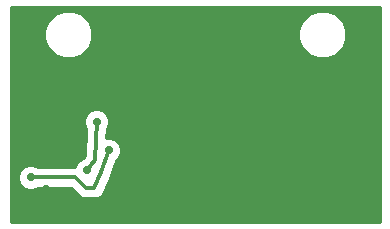
<source format=gbl>
G04 (created by PCBNEW (2013-07-07 BZR 4022)-stable) date 8/8/2014 4:48:50 PM*
%MOIN*%
G04 Gerber Fmt 3.4, Leading zero omitted, Abs format*
%FSLAX34Y34*%
G01*
G70*
G90*
G04 APERTURE LIST*
%ADD10C,0.00590551*%
%ADD11C,0.0275591*%
%ADD12C,0.011811*%
%ADD13C,0.01*%
G04 APERTURE END LIST*
G54D10*
G54D11*
X55944Y-41456D03*
X54566Y-44330D03*
X55413Y-44429D03*
X56259Y-42086D03*
X55944Y-43700D03*
X56653Y-43031D03*
X54055Y-43937D03*
G54D12*
X55413Y-44429D02*
X55374Y-44468D01*
X56200Y-43346D02*
X56259Y-42086D01*
X55944Y-43700D02*
X56200Y-43346D01*
X56417Y-43740D02*
X56653Y-43031D01*
X56181Y-44291D02*
X56417Y-43740D01*
X55905Y-44291D02*
X56181Y-44291D01*
X54055Y-43937D02*
X55547Y-43933D01*
X55547Y-43933D02*
X55905Y-44291D01*
G54D10*
G36*
X65698Y-45422D02*
X64577Y-45422D01*
X64577Y-39015D01*
X64456Y-38721D01*
X64232Y-38497D01*
X63938Y-38375D01*
X63621Y-38375D01*
X63328Y-38496D01*
X63103Y-38720D01*
X62981Y-39013D01*
X62981Y-39331D01*
X63102Y-39624D01*
X63326Y-39849D01*
X63620Y-39971D01*
X63937Y-39971D01*
X64230Y-39850D01*
X64455Y-39625D01*
X64577Y-39332D01*
X64577Y-39015D01*
X64577Y-45422D01*
X57077Y-45422D01*
X57077Y-42947D01*
X57013Y-42791D01*
X56894Y-42672D01*
X56738Y-42607D01*
X56581Y-42607D01*
X56593Y-42353D01*
X56619Y-42327D01*
X56683Y-42171D01*
X56683Y-42002D01*
X56619Y-41846D01*
X56500Y-41727D01*
X56344Y-41662D01*
X56175Y-41662D01*
X56113Y-41688D01*
X56113Y-39015D01*
X55991Y-38721D01*
X55767Y-38497D01*
X55474Y-38375D01*
X55156Y-38375D01*
X54863Y-38496D01*
X54638Y-38720D01*
X54517Y-39013D01*
X54516Y-39331D01*
X54638Y-39624D01*
X54862Y-39849D01*
X55155Y-39971D01*
X55473Y-39971D01*
X55766Y-39850D01*
X55991Y-39625D01*
X56112Y-39332D01*
X56113Y-39015D01*
X56113Y-41688D01*
X56019Y-41726D01*
X55900Y-41846D01*
X55835Y-42001D01*
X55835Y-42170D01*
X55900Y-42326D01*
X55902Y-42329D01*
X55860Y-43227D01*
X55810Y-43297D01*
X55705Y-43341D01*
X55585Y-43460D01*
X55532Y-43587D01*
X54308Y-43591D01*
X54295Y-43577D01*
X54139Y-43513D01*
X53971Y-43512D01*
X53815Y-43577D01*
X53695Y-43696D01*
X53631Y-43852D01*
X53631Y-44020D01*
X53695Y-44176D01*
X53814Y-44296D01*
X53970Y-44360D01*
X54139Y-44361D01*
X54294Y-44296D01*
X54310Y-44281D01*
X55405Y-44278D01*
X55661Y-44535D01*
X55661Y-44535D01*
X55661Y-44535D01*
X55717Y-44572D01*
X55773Y-44610D01*
X55773Y-44610D01*
X55773Y-44610D01*
X55839Y-44623D01*
X55905Y-44636D01*
X55905Y-44636D01*
X55905Y-44636D01*
X56181Y-44636D01*
X56245Y-44623D01*
X56309Y-44611D01*
X56311Y-44610D01*
X56313Y-44610D01*
X56367Y-44574D01*
X56422Y-44538D01*
X56423Y-44536D01*
X56425Y-44535D01*
X56461Y-44481D01*
X56498Y-44427D01*
X56734Y-43876D01*
X56737Y-43861D01*
X56744Y-43849D01*
X56899Y-43384D01*
X57012Y-43271D01*
X57077Y-43116D01*
X57077Y-42947D01*
X57077Y-45422D01*
X53396Y-45422D01*
X53396Y-38238D01*
X65698Y-38238D01*
X65698Y-45422D01*
X65698Y-45422D01*
G37*
G54D13*
X65698Y-45422D02*
X64577Y-45422D01*
X64577Y-39015D01*
X64456Y-38721D01*
X64232Y-38497D01*
X63938Y-38375D01*
X63621Y-38375D01*
X63328Y-38496D01*
X63103Y-38720D01*
X62981Y-39013D01*
X62981Y-39331D01*
X63102Y-39624D01*
X63326Y-39849D01*
X63620Y-39971D01*
X63937Y-39971D01*
X64230Y-39850D01*
X64455Y-39625D01*
X64577Y-39332D01*
X64577Y-39015D01*
X64577Y-45422D01*
X57077Y-45422D01*
X57077Y-42947D01*
X57013Y-42791D01*
X56894Y-42672D01*
X56738Y-42607D01*
X56581Y-42607D01*
X56593Y-42353D01*
X56619Y-42327D01*
X56683Y-42171D01*
X56683Y-42002D01*
X56619Y-41846D01*
X56500Y-41727D01*
X56344Y-41662D01*
X56175Y-41662D01*
X56113Y-41688D01*
X56113Y-39015D01*
X55991Y-38721D01*
X55767Y-38497D01*
X55474Y-38375D01*
X55156Y-38375D01*
X54863Y-38496D01*
X54638Y-38720D01*
X54517Y-39013D01*
X54516Y-39331D01*
X54638Y-39624D01*
X54862Y-39849D01*
X55155Y-39971D01*
X55473Y-39971D01*
X55766Y-39850D01*
X55991Y-39625D01*
X56112Y-39332D01*
X56113Y-39015D01*
X56113Y-41688D01*
X56019Y-41726D01*
X55900Y-41846D01*
X55835Y-42001D01*
X55835Y-42170D01*
X55900Y-42326D01*
X55902Y-42329D01*
X55860Y-43227D01*
X55810Y-43297D01*
X55705Y-43341D01*
X55585Y-43460D01*
X55532Y-43587D01*
X54308Y-43591D01*
X54295Y-43577D01*
X54139Y-43513D01*
X53971Y-43512D01*
X53815Y-43577D01*
X53695Y-43696D01*
X53631Y-43852D01*
X53631Y-44020D01*
X53695Y-44176D01*
X53814Y-44296D01*
X53970Y-44360D01*
X54139Y-44361D01*
X54294Y-44296D01*
X54310Y-44281D01*
X55405Y-44278D01*
X55661Y-44535D01*
X55661Y-44535D01*
X55661Y-44535D01*
X55717Y-44572D01*
X55773Y-44610D01*
X55773Y-44610D01*
X55773Y-44610D01*
X55839Y-44623D01*
X55905Y-44636D01*
X55905Y-44636D01*
X55905Y-44636D01*
X56181Y-44636D01*
X56245Y-44623D01*
X56309Y-44611D01*
X56311Y-44610D01*
X56313Y-44610D01*
X56367Y-44574D01*
X56422Y-44538D01*
X56423Y-44536D01*
X56425Y-44535D01*
X56461Y-44481D01*
X56498Y-44427D01*
X56734Y-43876D01*
X56737Y-43861D01*
X56744Y-43849D01*
X56899Y-43384D01*
X57012Y-43271D01*
X57077Y-43116D01*
X57077Y-42947D01*
X57077Y-45422D01*
X53396Y-45422D01*
X53396Y-38238D01*
X65698Y-38238D01*
X65698Y-45422D01*
M02*

</source>
